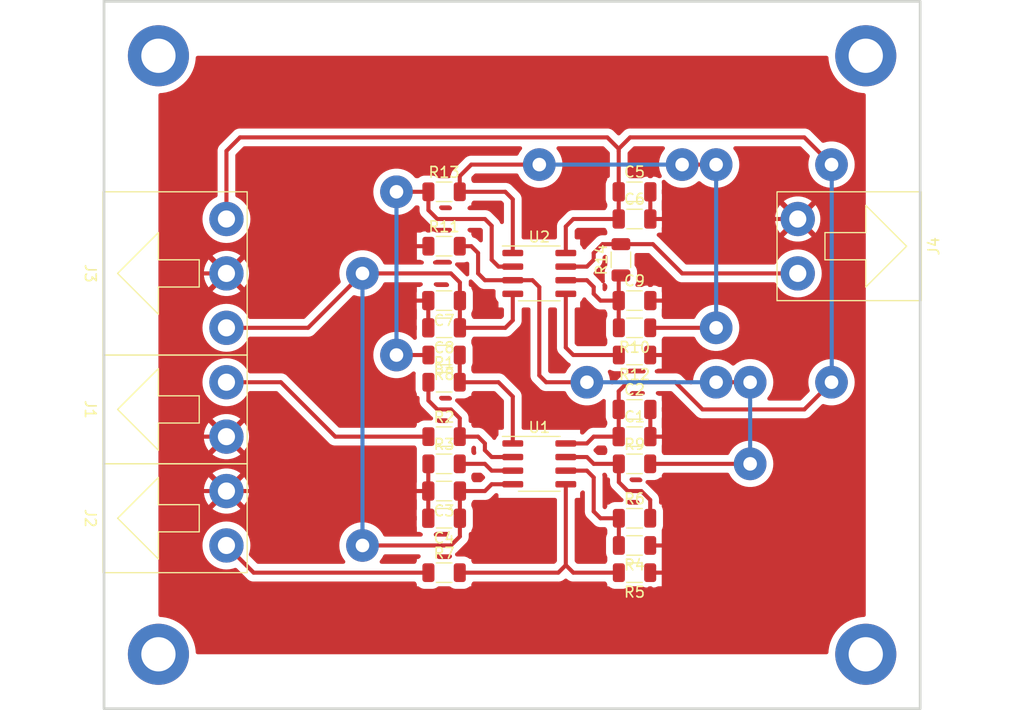
<source format=kicad_pcb>
(kicad_pcb (version 20221018) (generator pcbnew)
  (layers (0 "F.Cu" signal) (31 "B.Cu" signal) (34 "B.Paste" user) (35 "F.Paste" user) (36 "B.SilkS" user "B.Silkscreen") (37 "F.SilkS" user "F.Silkscreen") (38 "B.Mask" user) (39 "F.Mask" user) (44 "Edge.Cuts" user))
  (net 0 "")
  (net 1 "POWER+")
  (net 2 "GNDREF")
  (net 3 "POWER-")
  (net 4 "Net-(U2A--)")
  (net 5 "SIGNAL_A_IN")
  (net 6 "SIGNAL_B_IN")
  (net 7 "SIGNAL_A_ADD_B_NEGATIVE")
  (net 8 "Net-(U1A--)")
  (net 9 "SIGNAL_A_NEGATIVE")
  (net 10 "Net-(U1A-+)")
  (net 11 "Net-(U1B--)")
  (net 12 "Net-(U1B-+)")
  (net 13 "SIGNAL_B_POSITIVE")
  (net 14 "Net-(U2B--)")
  (net 15 "Net-(U2B-+)")
  (net 16 "SIGNAL_A_ADD_B")
  (net 17 "Net-(U2A-+)")
  (footprint "Capacitor_SMD:C_1206_3216Metric" (layer "F.Cu") (at 179.07 93.98)
    (fp_text reference "C2" (at 0 -1.85) (layer "F.SilkS"))
    (fp_text value "4.7uF 1206 X7R")
    (fp_line (start -0.711252 -0.91) (end 0.711252 -0.91) (stroke (width 0.12)) (layer "F.SilkS"))
    (fp_line (start -0.711252 0.91) (end 0.711252 0.91) (stroke (width 0.12)) (layer "F.SilkS"))
    (pad "1" smd roundrect (at -1.475 0) (size 1.15 1.8) (layers "F.Cu" "F.Paste" "F.Mask") (roundrect_rratio 0.2173913043) (net 1 "POWER+"))
    (pad "2" smd roundrect (at 1.475 0) (size 1.15 1.8) (layers "F.Cu" "F.Paste" "F.Mask") (roundrect_rratio 0.2173913043) (net 2 "GNDREF"))
  )
  (footprint "Capacitor_SMD:C_1206_3216Metric" (layer "F.Cu") (at 179.07 76.2)
    (fp_text reference "C6" (at 0 -1.85) (layer "F.SilkS"))
    (fp_text value "100nF 1206 X7R")
    (fp_line (start -0.711252 -0.91) (end 0.711252 -0.91) (stroke (width 0.12)) (layer "F.SilkS"))
    (fp_line (start -0.711252 0.91) (end 0.711252 0.91) (stroke (width 0.12)) (layer "F.SilkS"))
    (pad "1" smd roundrect (at -1.475 0) (size 1.15 1.8) (layers "F.Cu" "F.Paste" "F.Mask") (roundrect_rratio 0.2173913043) (net 1 "POWER+"))
    (pad "2" smd roundrect (at 1.475 0) (size 1.15 1.8) (layers "F.Cu" "F.Paste" "F.Mask") (roundrect_rratio 0.2173913043) (net 2 "GNDREF"))
  )
  (footprint "Resistor_SMD:R_1206_3216Metric" (layer "F.Cu") (at 179.07 109.22 180)
    (fp_text reference "R5" (at 0 -1.82) (layer "F.SilkS"))
    (fp_text value "10k 1206")
    (fp_line (start -0.727064 -0.91) (end 0.727064 -0.91) (stroke (width 0.12)) (layer "F.SilkS"))
    (fp_line (start -0.727064 0.91) (end 0.727064 0.91) (stroke (width 0.12)) (layer "F.SilkS"))
    (pad "1" smd roundrect (at -1.4625 0 180) (size 1.125 1.75) (layers "F.Cu" "F.Paste" "F.Mask") (roundrect_rratio 0.2222222222) (net 2 "GNDREF"))
    (pad "2" smd roundrect (at 1.4625 0 180) (size 1.125 1.75) (layers "F.Cu" "F.Paste" "F.Mask") (roundrect_rratio 0.2222222222) (net 12 "Net-(U1B-+)"))
  )
  (footprint "Resistor_SMD:R_1206_3216Metric" (layer "F.Cu") (at 179.07 88.9 180)
    (fp_text reference "R12" (at 0 -1.82) (layer "F.SilkS"))
    (fp_text value "10k 1206")
    (fp_line (start -0.727064 -0.91) (end 0.727064 -0.91) (stroke (width 0.12)) (layer "F.SilkS"))
    (fp_line (start -0.727064 0.91) (end 0.727064 0.91) (stroke (width 0.12)) (layer "F.SilkS"))
    (pad "1" smd roundrect (at -1.4625 0 180) (size 1.125 1.75) (layers "F.Cu" "F.Paste" "F.Mask") (roundrect_rratio 0.2222222222) (net 2 "GNDREF"))
    (pad "2" smd roundrect (at 1.4625 0 180) (size 1.125 1.75) (layers "F.Cu" "F.Paste" "F.Mask") (roundrect_rratio 0.2222222222) (net 15 "Net-(U2B-+)"))
  )
  (footprint "Resistor_SMD:R_1206_3216Metric" (layer "F.Cu") (at 161.29 73.66)
    (fp_text reference "R13" (at 0 -1.82) (layer "F.SilkS"))
    (fp_text value "10k 1206")
    (fp_line (start -0.727064 -0.91) (end 0.727064 -0.91) (stroke (width 0.12)) (layer "F.SilkS"))
    (fp_line (start -0.727064 0.91) (end 0.727064 0.91) (stroke (width 0.12)) (layer "F.SilkS"))
    (pad "1" smd roundrect (at -1.4625 0) (size 1.125 1.75) (layers "F.Cu" "F.Paste" "F.Mask") (roundrect_rratio 0.2222222222) (net 4 "Net-(U2A--)"))
    (pad "2" smd roundrect (at 1.4625 0) (size 1.125 1.75) (layers "F.Cu" "F.Paste" "F.Mask") (roundrect_rratio 0.2222222222) (net 16 "SIGNAL_A_ADD_B"))
  )
  (footprint "Capacitor_SMD:C_1206_3216Metric" (layer "F.Cu") (at 179.07 83.82)
    (fp_text reference "C9" (at 0 -1.85) (layer "F.SilkS"))
    (fp_text value "47pF 1206 COG")
    (fp_line (start -0.711252 -0.91) (end 0.711252 -0.91) (stroke (width 0.12)) (layer "F.SilkS"))
    (fp_line (start -0.711252 0.91) (end 0.711252 0.91) (stroke (width 0.12)) (layer "F.SilkS"))
    (pad "1" smd roundrect (at -1.475 0) (size 1.15 1.8) (layers "F.Cu" "F.Paste" "F.Mask") (roundrect_rratio 0.2173913043) (net 14 "Net-(U2B--)"))
    (pad "2" smd roundrect (at 1.475 0) (size 1.15 1.8) (layers "F.Cu" "F.Paste" "F.Mask") (roundrect_rratio 0.2173913043) (net 2 "GNDREF"))
  )
  (footprint "Package_SO:SOIC-8_3.9x4.9mm_P1.27mm" (layer "F.Cu") (at 170.18 81.28)
    (fp_text reference "U2" (at 0 -3.4) (layer "F.SilkS"))
    (fp_text value "LF412")
    (fp_line (start 0 -2.56) (end -3.45 -2.56) (stroke (width 0.12)) (layer "F.SilkS"))
    (fp_line (start 0 -2.56) (end 1.95 -2.56) (stroke (width 0.12)) (layer "F.SilkS"))
    (fp_line (start 0 2.56) (end -1.95 2.56) (stroke (width 0.12)) (layer "F.SilkS"))
    (fp_line (start 0 2.56) (end 1.95 2.56) (stroke (width 0.12)) (layer "F.SilkS"))
    (pad "1" smd roundrect (at -2.475 -1.905) (size 1.95 0.6) (layers "F.Cu" "F.Paste" "F.Mask") (net 16 "SIGNAL_A_ADD_B"))
    (pad "2" smd roundrect (at -2.475 -0.635) (size 1.95 0.6) (layers "F.Cu" "F.Paste" "F.Mask") (net 4 "Net-(U2A--)"))
    (pad "3" smd roundrect (at -2.475 0.635) (size 1.95 0.6) (layers "F.Cu" "F.Paste" "F.Mask") (net 17 "Net-(U2A-+)"))
    (pad "4" smd roundrect (at -2.475 1.905) (size 1.95 0.6) (layers "F.Cu" "F.Paste" "F.Mask") (net 3 "POWER-"))
    (pad "5" smd roundrect (at 2.475 1.905) (size 1.95 0.6) (layers "F.Cu" "F.Paste" "F.Mask") (net 15 "Net-(U2B-+)"))
    (pad "6" smd roundrect (at 2.475 0.635) (size 1.95 0.6) (layers "F.Cu" "F.Paste" "F.Mask") (net 14 "Net-(U2B--)"))
    (pad "7" smd roundrect (at 2.475 -0.635) (size 1.95 0.6) (layers "F.Cu" "F.Paste" "F.Mask") (net 7 "SIGNAL_A_ADD_B_NEGATIVE"))
    (pad "8" smd roundrect (at 2.475 -1.905) (size 1.95 0.6) (layers "F.Cu" "F.Paste" "F.Mask") (net 1 "POWER+"))
  )
  (footprint "MountingHole:MountingHole_3.2mm_M3_ISO7380_Pad" (layer "F.Cu") (at 200.66 116.84)
    (fp_text reference "REF**" hide)
    (fp_text value "MountingHole_3.2mm_M3_ISO7380_Pad")
    (pad "1" thru_hole circle (at 0 0) (size 5.7 5.7) (drill 3.2) (layers "*.Cu" "*.Mask"))
  )
  (footprint "Resistor_SMD:R_1206_3216Metric" (layer "F.Cu") (at 179.07 106.68 180)
    (fp_text reference "R4" (at 0 -1.82) (layer "F.SilkS"))
    (fp_text value "10k 1206")
    (fp_line (start -0.727064 -0.91) (end 0.727064 -0.91) (stroke (width 0.12)) (layer "F.SilkS"))
    (fp_line (start -0.727064 0.91) (end 0.727064 0.91) (stroke (width 0.12)) (layer "F.SilkS"))
    (pad "1" smd roundrect (at -1.4625 0 180) (size 1.125 1.75) (layers "F.Cu" "F.Paste" "F.Mask") (roundrect_rratio 0.2222222222) (net 2 "GNDREF"))
    (pad "2" smd roundrect (at 1.4625 0 180) (size 1.125 1.75) (layers "F.Cu" "F.Paste" "F.Mask") (roundrect_rratio 0.2222222222) (net 11 "Net-(U1B--)"))
  )
  (footprint "Customer_Connector:2EDG-5.08mm_3P_Horizontal" (layer "F.Cu") (at 140.97 81.28 -90)
    (fp_text reference "J3" (at 0 12.7 -90 unlocked) (layer "F.SilkS"))
    (fp_text value "POWER_IN")
    (fp_line (start -3.81 6.35) (end -1.27 6.35) (stroke (width 0.12)) (layer "F.SilkS"))
    (fp_line (start -1.27 2.54) (end 1.27 2.54) (stroke (width 0.12)) (layer "F.SilkS"))
    (fp_line (start -1.27 6.35) (end -1.27 2.54) (stroke (width 0.12)) (layer "F.SilkS"))
    (fp_line (start 0 10.16) (end -3.81 6.35) (stroke (width 0.12)) (layer "F.SilkS"))
    (fp_line (start 1.27 2.54) (end 1.27 6.35) (stroke (width 0.12)) (layer "F.SilkS"))
    (fp_line (start 1.27 6.35) (end 3.81 6.35) (stroke (width 0.12)) (layer "F.SilkS"))
    (fp_line (start 3.81 6.35) (end 0 10.16) (stroke (width 0.12)) (layer "F.SilkS"))
    (fp_rect (start -7.62 -1.935) (end 7.62 11.535) (stroke (width 0.12)) (fill none) (layer "F.SilkS"))
    (pad "1" thru_hole circle (at -5.08 0 270) (size 3.2 3.2) (drill 1.6) (layers "*.Cu" "*.Mask") (net 1 "POWER+"))
    (pad "2" thru_hole circle (at 0 0 270) (size 3.2 3.2) (drill 1.6) (layers "*.Cu" "*.Mask") (net 2 "GNDREF"))
    (pad "3" thru_hole circle (at 5.08 0 270) (size 3.2 3.2) (drill 1.6) (layers "*.Cu" "*.Mask") (net 3 "POWER-"))
  )
  (footprint "Capacitor_SMD:C_1206_3216Metric" (layer "F.Cu") (at 161.29 101.6 180)
    (fp_text reference "C3" (at 0 -1.85) (layer "F.SilkS"))
    (fp_text value "4.7uF 1206 X7R")
    (fp_line (start -0.711252 -0.91) (end 0.711252 -0.91) (stroke (width 0.12)) (layer "F.SilkS"))
    (fp_line (start -0.711252 0.91) (end 0.711252 0.91) (stroke (width 0.12)) (layer "F.SilkS"))
    (pad "1" smd roundrect (at -1.475 0 180) (size 1.15 1.8) (layers "F.Cu" "F.Paste" "F.Mask") (roundrect_rratio 0.2173913043) (net 3 "POWER-"))
    (pad "2" smd roundrect (at 1.475 0 180) (size 1.15 1.8) (layers "F.Cu" "F.Paste" "F.Mask") (roundrect_rratio 0.2173913043) (net 2 "GNDREF"))
  )
  (footprint "Capacitor_SMD:C_1206_3216Metric" (layer "F.Cu") (at 161.29 86.36 180)
    (fp_text reference "C8" (at 0 -1.85) (layer "F.SilkS"))
    (fp_text value "4.7uF 1206 X7R")
    (fp_line (start -0.711252 -0.91) (end 0.711252 -0.91) (stroke (width 0.12)) (layer "F.SilkS"))
    (fp_line (start -0.711252 0.91) (end 0.711252 0.91) (stroke (width 0.12)) (layer "F.SilkS"))
    (pad "1" smd roundrect (at -1.475 0 180) (size 1.15 1.8) (layers "F.Cu" "F.Paste" "F.Mask") (roundrect_rratio 0.2173913043) (net 3 "POWER-"))
    (pad "2" smd roundrect (at 1.475 0 180) (size 1.15 1.8) (layers "F.Cu" "F.Paste" "F.Mask") (roundrect_rratio 0.2173913043) (net 2 "GNDREF"))
  )
  (footprint "Capacitor_SMD:C_1206_3216Metric" (layer "F.Cu") (at 161.29 104.14 180)
    (fp_text reference "C4" (at 0 -1.85) (layer "F.SilkS"))
    (fp_text value "100nF 1206 X7R")
    (fp_line (start -0.711252 -0.91) (end 0.711252 -0.91) (stroke (width 0.12)) (layer "F.SilkS"))
    (fp_line (start -0.711252 0.91) (end 0.711252 0.91) (stroke (width 0.12)) (layer "F.SilkS"))
    (pad "1" smd roundrect (at -1.475 0 180) (size 1.15 1.8) (layers "F.Cu" "F.Paste" "F.Mask") (roundrect_rratio 0.2173913043) (net 3 "POWER-"))
    (pad "2" smd roundrect (at 1.475 0 180) (size 1.15 1.8) (layers "F.Cu" "F.Paste" "F.Mask") (roundrect_rratio 0.2173913043) (net 2 "GNDREF"))
  )
  (footprint "Resistor_SMD:R_1206_3216Metric" (layer "F.Cu") (at 161.29 88.9 180)
    (fp_text reference "R8" (at 0 -1.82) (layer "F.SilkS"))
    (fp_text value "10k 1206")
    (fp_line (start -0.727064 -0.91) (end 0.727064 -0.91) (stroke (width 0.12)) (layer "F.SilkS"))
    (fp_line (start -0.727064 0.91) (end 0.727064 0.91) (stroke (width 0.12)) (layer "F.SilkS"))
    (pad "1" smd roundrect (at -1.4625 0 180) (size 1.125 1.75) (layers "F.Cu" "F.Paste" "F.Mask") (roundrect_rratio 0.2222222222) (net 9 "SIGNAL_A_NEGATIVE"))
    (pad "2" smd roundrect (at 1.4625 0 180) (size 1.125 1.75) (layers "F.Cu" "F.Paste" "F.Mask") (roundrect_rratio 0.2222222222) (net 4 "Net-(U2A--)"))
  )
  (footprint "Package_SO:SOIC-8_3.9x4.9mm_P1.27mm" (layer "F.Cu") (at 170.18 99.06)
    (fp_text reference "U1" (at 0 -3.4) (layer "F.SilkS"))
    (fp_text value "LF412")
    (fp_line (start 0 -2.56) (end -3.45 -2.56) (stroke (width 0.12)) (layer "F.SilkS"))
    (fp_line (start 0 -2.56) (end 1.95 -2.56) (stroke (width 0.12)) (layer "F.SilkS"))
    (fp_line (start 0 2.56) (end -1.95 2.56) (stroke (width 0.12)) (layer "F.SilkS"))
    (fp_line (start 0 2.56) (end 1.95 2.56) (stroke (width 0.12)) (layer "F.SilkS"))
    (pad "1" smd roundrect (at -2.475 -1.905) (size 1.95 0.6) (layers "F.Cu" "F.Paste" "F.Mask") (net 9 "SIGNAL_A_NEGATIVE"))
    (pad "2" smd roundrect (at -2.475 -0.635) (size 1.95 0.6) (layers "F.Cu" "F.Paste" "F.Mask") (net 8 "Net-(U1A--)"))
    (pad "3" smd roundrect (at -2.475 0.635) (size 1.95 0.6) (layers "F.Cu" "F.Paste" "F.Mask") (net 10 "Net-(U1A-+)"))
    (pad "4" smd roundrect (at -2.475 1.905) (size 1.95 0.6) (layers "F.Cu" "F.Paste" "F.Mask") (net 3 "POWER-"))
    (pad "5" smd roundrect (at 2.475 1.905) (size 1.95 0.6) (layers "F.Cu" "F.Paste" "F.Mask") (net 12 "Net-(U1B-+)"))
    (pad "6" smd roundrect (at 2.475 0.635) (size 1.95 0.6) (layers "F.Cu" "F.Paste" "F.Mask") (net 11 "Net-(U1B--)"))
    (pad "7" smd roundrect (at 2.475 -0.635) (size 1.95 0.6) (layers "F.Cu" "F.Paste" "F.Mask") (net 13 "SIGNAL_B_POSITIVE"))
    (pad "8" smd roundrect (at 2.475 -1.905) (size 1.95 0.6) (layers "F.Cu" "F.Paste" "F.Mask") (net 1 "POWER+"))
  )
  (footprint "Resistor_SMD:R_1206_3216Metric" (layer "F.Cu") (at 161.29 99.06)
    (fp_text reference "R3" (at 0 -1.82) (layer "F.SilkS"))
    (fp_text value "10k 1206")
    (fp_line (start -0.727064 -0.91) (end 0.727064 -0.91) (stroke (width 0.12)) (layer "F.SilkS"))
    (fp_line (start -0.727064 0.91) (end 0.727064 0.91) (stroke (width 0.12)) (layer "F.SilkS"))
    (pad "1" smd roundrect (at -1.4625 0) (size 1.125 1.75) (layers "F.Cu" "F.Paste" "F.Mask") (roundrect_rratio 0.2222222222) (net 2 "GNDREF"))
    (pad "2" smd roundrect (at 1.4625 0) (size 1.125 1.75) (layers "F.Cu" "F.Paste" "F.Mask") (roundrect_rratio 0.2222222222) (net 10 "Net-(U1A-+)"))
  )
  (footprint "MountingHole:MountingHole_3.2mm_M3_ISO7380_Pad" (layer "F.Cu") (at 134.62 60.96)
    (fp_text reference "REF**" hide)
    (fp_text value "MountingHole_3.2mm_M3_ISO7380_Pad")
    (pad "1" thru_hole circle (at 0 0) (size 5.7 5.7) (drill 3.2) (layers "*.Cu" "*.Mask"))
  )
  (footprint "Customer_Connector:2EDG-5.08mm_2P_Horizontal" (layer "F.Cu") (at 140.97 93.98 -90)
    (fp_text reference "J1" (at 0 12.7 -90 unlocked) (layer "F.SilkS"))
    (fp_text value "SIGNAL_A_IN")
    (fp_line (start -3.81 6.35) (end -1.27 6.35) (stroke (width 0.12)) (layer "F.SilkS"))
    (fp_line (start -1.27 2.54) (end 1.27 2.54) (stroke (width 0.12)) (layer "F.SilkS"))
    (fp_line (start -1.27 6.35) (end -1.27 2.54) (stroke (width 0.12)) (layer "F.SilkS"))
    (fp_line (start 0 10.16) (end -3.81 6.35) (stroke (width 0.12)) (layer "F.SilkS"))
    (fp_line (start 1.27 2.54) (end 1.27 6.35) (stroke (width 0.12)) (layer "F.SilkS"))
    (fp_line (start 1.27 6.35) (end 3.81 6.35) (stroke (width 0.12)) (layer "F.SilkS"))
    (fp_line (start 3.81 6.35) (end 0 10.16) (stroke (width 0.12)) (layer "F.SilkS"))
    (fp_rect (start -5.08 -1.935) (end 5.08 11.535) (stroke (width 0.12)) (fill none) (layer "F.SilkS"))
    (pad "1" thru_hole circle (at -2.54 0 270) (size 3.2 3.2) (drill 1.6) (layers "*.Cu" "*.Mask") (net 5 "SIGNAL_A_IN"))
    (pad "2" thru_hole circle (at 2.54 0 270) (size 3.2 3.2) (drill 1.6) (layers "*.Cu" "*.Mask") (net 2 "GNDREF"))
  )
  (footprint "Resistor_SMD:R_1206_3216Metric" (layer "F.Cu") (at 179.07 86.36 180)
    (fp_text reference "R10" (at 0 -1.82) (layer "F.SilkS"))
    (fp_text value "10k 1206")
    (fp_line (start -0.727064 -0.91) (end 0.727064 -0.91) (stroke (width 0.12)) (layer "F.SilkS"))
    (fp_line (start -0.727064 0.91) (end 0.727064 0.91) (stroke (width 0.12)) (layer "F.SilkS"))
    (pad "1" smd roundrect (at -1.4625 0 180) (size 1.125 1.75) (layers "F.Cu" "F.Paste" "F.Mask") (roundrect_rratio 0.2222222222) (net 16 "SIGNAL_A_ADD_B"))
    (pad "2" smd roundrect (at 1.4625 0 180) (size 1.125 1.75) (layers "F.Cu" "F.Paste" "F.Mask") (roundrect_rratio 0.2222222222) (net 14 "Net-(U2B--)"))
  )
  (footprint "Resistor_SMD:R_1206_3216Metric" (layer "F.Cu") (at 179.07 104.14)
    (fp_text reference "R6" (at 0 -1.82) (layer "F.SilkS"))
    (fp_text value "10k 1206")
    (fp_line (start -0.727064 -0.91) (end 0.727064 -0.91) (stroke (width 0.12)) (layer "F.SilkS"))
    (fp_line (start -0.727064 0.91) (end 0.727064 0.91) (stroke (width 0.12)) (layer "F.SilkS"))
    (pad "1" smd roundrect (at -1.4625 0) (size 1.125 1.75) (layers "F.Cu" "F.Paste" "F.Mask") (roundrect_rratio 0.2222222222) (net 11 "Net-(U1B--)"))
    (pad "2" smd roundrect (at 1.4625 0) (size 1.125 1.75) (layers "F.Cu" "F.Paste" "F.Mask") (roundrect_rratio 0.2222222222) (net 13 "SIGNAL_B_POSITIVE"))
  )
  (footprint "MountingHole:MountingHole_3.2mm_M3_ISO7380_Pad" (layer "F.Cu") (at 134.62 116.84)
    (fp_text reference "REF**" hide)
    (fp_text value "MountingHole_3.2mm_M3_ISO7380_Pad")
    (pad "1" thru_hole circle (at 0 0) (size 5.7 5.7) (drill 3.2) (layers "*.Cu" "*.Mask"))
  )
  (footprint "Resistor_SMD:R_1206_3216Metric" (layer "F.Cu") (at 161.29 96.52)
    (fp_text reference "R2" (at 0 -1.82) (layer "F.SilkS"))
    (fp_text value "10k 1206")
    (fp_line (start -0.727064 -0.91) (end 0.727064 -0.91) (stroke (width 0.12)) (layer "F.SilkS"))
    (fp_line (start -0.727064 0.91) (end 0.727064 0.91) (stroke (width 0.12)) (layer "F.SilkS"))
    (pad "1" smd roundrect (at -1.4625 0) (size 1.125 1.75) (layers "F.Cu" "F.Paste" "F.Mask") (roundrect_rratio 0.2222222222) (net 5 "SIGNAL_A_IN"))
    (pad "2" smd roundrect (at 1.4625 0) (size 1.125 1.75) (layers "F.Cu" "F.Paste" "F.Mask") (roundrect_rratio 0.2222222222) (net 8 "Net-(U1A--)"))
  )
  (footprint "Customer_Connector:2EDG-5.08mm_2P_Horizontal" (layer "F.Cu") (at 140.97 104.14 -90)
    (fp_text reference "J2" (at 0 12.7 -90 unlocked) (layer "F.SilkS"))
    (fp_text value "SIGNAL_B_IN")
    (fp_line (start -3.81 6.35) (end -1.27 6.35) (stroke (width 0.12)) (layer "F.SilkS"))
    (fp_line (start -1.27 2.54) (end 1.27 2.54) (stroke (width 0.12)) (layer "F.SilkS"))
    (fp_line (start -1.27 6.35) (end -1.27 2.54) (stroke (width 0.12)) (layer "F.SilkS"))
    (fp_line (start 0 10.16) (end -3.81 6.35) (stroke (width 0.12)) (layer "F.SilkS"))
    (fp_line (start 1.27 2.54) (end 1.27 6.35) (stroke (width 0.12)) (layer "F.SilkS"))
    (fp_line (start 1.27 6.35) (end 3.81 6.35) (stroke (width 0.12)) (layer "F.SilkS"))
    (fp_line (start 3.81 6.35) (end 0 10.16) (stroke (width 0.12)) (layer "F.SilkS"))
    (fp_rect (start -5.08 -1.935) (end 5.08 11.535) (stroke (width 0.12)) (fill none) (layer "F.SilkS"))
    (pad "1" thru_hole circle (at -2.54 0 270) (size 3.2 3.2) (drill 1.6) (layers "*.Cu" "*.Mask") (net 2 "GNDREF"))
    (pad "2" thru_hole circle (at 2.54 0 270) (size 3.2 3.2) (drill 1.6) (layers "*.Cu" "*.Mask") (net 6 "SIGNAL_B_IN"))
  )
  (footprint "Resistor_SMD:R_1206_3216Metric" (layer "F.Cu") (at 179.07 99.06)
    (fp_text reference "R9" (at 0 -1.82) (layer "F.SilkS"))
    (fp_text value "10k 1206")
    (fp_line (start -0.727064 -0.91) (end 0.727064 -0.91) (stroke (width 0.12)) (layer "F.SilkS"))
    (fp_line (start -0.727064 0.91) (end 0.727064 0.91) (stroke (width 0.12)) (layer "F.SilkS"))
    (pad "1" smd roundrect (at -1.4625 0) (size 1.125 1.75) (layers "F.Cu" "F.Paste" "F.Mask") (roundrect_rratio 0.2222222222) (net 13 "SIGNAL_B_POSITIVE"))
    (pad "2" smd roundrect (at 1.4625 0) (size 1.125 1.75) (layers "F.Cu" "F.Paste" "F.Mask") (roundrect_rratio 0.2222222222) (net 17 "Net-(U2A-+)"))
  )
  (footprint "Resistor_SMD:R_1206_3216Metric" (layer "F.Cu") (at 161.29 109.22)
    (fp_text reference "R7" (at 0 -1.82) (layer "F.SilkS"))
    (fp_text value "10k 1206")
    (fp_line (start -0.727064 -0.91) (end 0.727064 -0.91) (stroke (width 0.12)) (layer "F.SilkS"))
    (fp_line (start -0.727064 0.91) (end 0.727064 0.91) (stroke (width 0.12)) (layer "F.SilkS"))
    (pad "1" smd roundrect (at -1.4625 0) (size 1.125 1.75) (layers "F.Cu" "F.Paste" "F.Mask") (roundrect_rratio 0.2222222222) (net 6 "SIGNAL_B_IN"))
    (pad "2" smd roundrect (at 1.4625 0) (size 1.125 1.75) (layers "F.Cu" "F.Paste" "F.Mask") (roundrect_rratio 0.2222222222) (net 12 "Net-(U1B-+)"))
  )
  (footprint "Resistor_SMD:R_1206_3216Metric" (layer "F.Cu") (at 177.8 80.01 90)
    (fp_text reference "R14" (at 0 -1.82 90) (layer "F.SilkS"))
    (fp_text value "10k 1206")
    (fp_line (start -0.727064 -0.91) (end 0.727064 -0.91) (stroke (width 0.12)) (layer "F.SilkS"))
    (fp_line (start -0.727064 0.91) (end 0.727064 0.91) (stroke (width 0.12)) (layer "F.SilkS"))
    (pad "1" smd roundrect (at -1.4625 0 90) (size 1.125 1.75) (layers "F.Cu" "F.Paste" "F.Mask") (roundrect_rratio 0.2222222222) (net 14 "Net-(U2B--)"))
    (pad "2" smd roundrect (at 1.4625 0 90) (size 1.125 1.75) (layers "F.Cu" "F.Paste" "F.Mask") (roundrect_rratio 0.2222222222) (net 7 "SIGNAL_A_ADD_B_NEGATIVE"))
  )
  (footprint "MountingHole:MountingHole_3.2mm_M3_ISO7380_Pad" (layer "F.Cu") (at 200.66 60.96)
    (fp_text reference "REF**" hide)
    (fp_text value "MountingHole_3.2mm_M3_ISO7380_Pad")
    (pad "1" thru_hole circle (at 0 0) (size 5.7 5.7) (drill 3.2) (layers "*.Cu" "*.Mask"))
  )
  (footprint "Customer_Connector:2EDG-5.08mm_2P_Horizontal" (layer "F.Cu") (at 194.31 78.74 90)
    (fp_text reference "J4" (at 0 12.7 90 unlocked) (layer "F.SilkS"))
    (fp_text value "SIGNAL_OUT")
    (fp_line (start -3.81 6.35) (end -1.27 6.35) (stroke (width 0.12)) (layer "F.SilkS"))
    (fp_line (start -1.27 2.54) (end 1.27 2.54) (stroke (width 0.12)) (layer "F.SilkS"))
    (fp_line (start -1.27 6.35) (end -1.27 2.54) (stroke (width 0.12)) (layer "F.SilkS"))
    (fp_line (start 0 10.16) (end -3.81 6.35) (stroke (width 0.12)) (layer "F.SilkS"))
    (fp_line (start 1.27 2.54) (end 1.27 6.35) (stroke (width 0.12)) (layer "F.SilkS"))
    (fp_line (start 1.27 6.35) (end 3.81 6.35) (stroke (width 0.12)) (layer "F.SilkS"))
    (fp_line (start 3.81 6.35) (end 0 10.16) (stroke (width 0.12)) (layer "F.SilkS"))
    (fp_rect (start -5.08 -1.935) (end 5.08 11.535) (stroke (width 0.12)) (fill none) (layer "F.SilkS"))
    (pad "1" thru_hole circle (at -2.54 0 90) (size 3.2 3.2) (drill 1.6) (layers "*.Cu" "*.Mask") (net 7 "SIGNAL_A_ADD_B_NEGATIVE"))
    (pad "2" thru_hole circle (at 2.54 0 90) (size 3.2 3.2) (drill 1.6) (layers "*.Cu" "*.Mask") (net 2 "GNDREF"))
  )
  (footprint "Capacitor_SMD:C_1206_3216Metric" (layer "F.Cu") (at 179.07 73.66)
    (fp_text reference "C5" (at 0 -1.85) (layer "F.SilkS"))
    (fp_text value "4.7uF 1206 X7R")
    (fp_line (start -0.711252 -0.91) (end 0.711252 -0.91) (stroke (width 0.12)) (layer "F.SilkS"))
    (fp_line (start -0.711252 0.91) (end 0.711252 0.91) (stroke (width 0.12)) (layer "F.SilkS"))
    (pad "1" smd roundrect (at -1.475 0) (size 1.15 1.8) (layers "F.Cu" "F.Paste" "F.Mask") (roundrect_rratio 0.2173913043) (net 1 "POWER+"))
    (pad "2" smd roundrect (at 1.475 0) (size 1.15 1.8) (layers "F.Cu" "F.Paste" "F.Mask") (roundrect_rratio 0.2173913043) (net 2 "GNDREF"))
  )
  (footprint "Capacitor_SMD:C_1206_3216Metric" (layer "F.Cu") (at 161.29 83.82 180)
    (fp_text reference "C7" (at 0 -1.85) (layer "F.SilkS"))
    (fp_text value "100nF 1206 X7R")
    (fp_line (start -0.711252 -0.91) (end 0.711252 -0.91) (stroke (width 0.12)) (layer "F.SilkS"))
    (fp_line (start -0.711252 0.91) (end 0.711252 0.91) (stroke (width 0.12)) (layer "F.SilkS"))
    (pad "1" smd roundrect (at -1.475 0 180) (size 1.15 1.8) (layers "F.Cu" "F.Paste" "F.Mask") (roundrect_rratio 0.2173913043) (net 3 "POWER-"))
    (pad "2" smd roundrect (at 1.475 0 180) (size 1.15 1.8) (layers "F.Cu" "F.Paste" "F.Mask") (roundrect_rratio 0.2173913043) (net 2 "GNDREF"))
  )
  (footprint "Capacitor_SMD:C_1206_3216Metric" (layer "F.Cu") (at 179.07 96.52)
    (fp_text reference "C1" (at 0 -1.85) (layer "F.SilkS"))
    (fp_text value "100nF 1206 X7R")
    (fp_line (start -0.711252 -0.91) (end 0.711252 -0.91) (stroke (width 0.12)) (layer "F.SilkS"))
    (fp_line (start -0.711252 0.91) (end 0.711252 0.91) (stroke (width 0.12)) (layer "F.SilkS"))
    (pad "1" smd roundrect (at -1.475 0) (size 1.15 1.8) (layers "F.Cu" "F.Paste" "F.Mask") (roundrect_rratio 0.2173913043) (net 1 "POWER+"))
    (pad "2" smd roundrect (at 1.475 0) (size 1.15 1.8) (layers "F.Cu" "F.Paste" "F.Mask") (roundrect_rratio 0.2173913043) (net 2 "GNDREF"))
  )
  (footprint "Resistor_SMD:R_1206_3216Metric" (layer "F.Cu") (at 161.29 78.74)
    (fp_text reference "R11" (at 0 -1.82) (layer "F.SilkS"))
    (fp_text value "10k 1206")
    (fp_line (start -0.727064 -0.91) (end 0.727064 -0.91) (stroke (width 0.12)) (layer "F.SilkS"))
    (fp_line (start -0.727064 0.91) (end 0.727064 0.91) (stroke (width 0.12)) (layer "F.SilkS"))
    (pad "1" smd roundrect (at -1.4625 0) (size 1.125 1.75) (layers "F.Cu" "F.Paste" "F.Mask") (roundrect_rratio 0.2222222222) (net 2 "GNDREF"))
    (pad "2" smd roundrect (at 1.4625 0) (size 1.125 1.75) (layers "F.Cu" "F.Paste" "F.Mask") (roundrect_rratio 0.2222222222) (net 17 "Net-(U2A-+)"))
  )
  (footprint "Resistor_SMD:R_1206_3216Metric" (layer "F.Cu") (at 161.29 91.44)
    (fp_text reference "R1" (at 0 -1.82) (layer "F.SilkS"))
    (fp_text value "10k 1206")
    (fp_line (start -0.727064 -0.91) (end 0.727064 -0.91) (stroke (width 0.12)) (layer "F.SilkS"))
    (fp_line (start -0.727064 0.91) (end 0.727064 0.91) (stroke (width 0.12)) (layer "F.SilkS"))
    (pad "1" smd roundrect (at -1.4625 0) (size 1.125 1.75) (layers "F.Cu" "F.Paste" "F.Mask") (roundrect_rratio 0.2222222222) (net 8 "Net-(U1A--)"))
    (pad "2" smd roundrect (at 1.4625 0) (size 1.125 1.75) (layers "F.Cu" "F.Paste" "F.Mask") (roundrect_rratio 0.2222222222) (net 9 "SIGNAL_A_NEGATIVE"))
  )
  (gr_rect (start 129.54 55.88) (end 205.74 121.92) (stroke (width 0.254)) (fill none) (layer "Edge.Cuts"))
  (segment (start 197.463 71.12) (end 194.923 68.58) (width 0.381) (layer "F.Cu") (net 1))
  (segment (start 172.655 97.155) (end 174.625 97.155) (width 0.381) (layer "F.Cu") (net 1))
  (segment (start 142.24 68.58) (end 140.97 69.85) (width 0.381) (layer "F.Cu") (net 1))
  (segment (start 177.595 93.98) (end 177.595 96.52) (width 0.381) (layer "F.Cu") (net 1))
  (segment (start 182.88 91.44) (end 185.42 93.98) (width 0.381) (layer "F.Cu") (net 1))
  (segment (start 178.435 91.44) (end 182.88 91.44) (width 0.381) (layer "F.Cu") (net 1))
  (segment (start 175.26 96.52) (end 177.595 96.52) (width 0.381) (layer "F.Cu") (net 1))
  (segment (start 172.655 76.9) (end 173.355 76.2) (width 0.381) (layer "F.Cu") (net 1))
  (segment (start 194.923 93.98) (end 197.463 91.44) (width 0.381) (layer "F.Cu") (net 1))
  (segment (start 140.97 69.85) (end 140.97 76.2) (width 0.381) (layer "F.Cu") (net 1))
  (segment (start 194.923 68.58) (end 178.66 68.58) (width 0.381) (layer "F.Cu") (net 1))
  (segment (start 177.595 76.2) (end 177.595 73.66) (width 0.381) (layer "F.Cu") (net 1))
  (segment (start 177.595 69.85) (end 177.595 69.645) (width 0.381) (layer "F.Cu") (net 1))
  (segment (start 177.595 69.645) (end 176.53 68.58) (width 0.381) (layer "F.Cu") (net 1))
  (segment (start 177.595 93.98) (end 177.595 92.28) (width 0.381) (layer "F.Cu") (net 1))
  (segment (start 178.66 68.58) (end 177.595 69.645) (width 0.381) (layer "F.Cu") (net 1))
  (segment (start 173.355 76.2) (end 177.595 76.2) (width 0.381) (layer "F.Cu") (net 1))
  (segment (start 177.595 92.28) (end 178.435 91.44) (width 0.381) (layer "F.Cu") (net 1))
  (segment (start 174.625 97.155) (end 175.26 96.52) (width 0.381) (layer "F.Cu") (net 1))
  (segment (start 185.42 93.98) (end 194.923 93.98) (width 0.381) (layer "F.Cu") (net 1))
  (segment (start 177.595 73.66) (end 177.595 69.85) (width 0.381) (layer "F.Cu") (net 1))
  (segment (start 172.655 79.375) (end 172.655 76.9) (width 0.381) (layer "F.Cu") (net 1))
  (segment (start 176.53 68.58) (end 142.24 68.58) (width 0.381) (layer "F.Cu") (net 1))
  (via (at 197.463 71.12) (size 3.048) (drill 1.27) (layers "F.Cu" "B.Cu") (net 1))
  (via (at 197.463 91.44) (size 3.048) (drill 1.27) (layers "F.Cu" "B.Cu") (net 1))
  (segment (start 196.215 91.44) (end 196.237 91.418) (width 0.381) (layer "B.Cu") (net 1))
  (segment (start 196.237 71.142) (end 196.215 71.12) (width 0.381) (layer "B.Cu") (net 1))
  (segment (start 197.485 91.418) (end 197.485 71.142) (width 0.381) (layer "B.Cu") (net 1))
  (segment (start 148.59 88.9) (end 137.795 88.9) (width 0.381) (layer "F.Cu") (net 2))
  (segment (start 180.5325 109.22) (end 192.405 109.22) (width 0.381) (layer "F.Cu") (net 2))
  (segment (start 137.795 96.52) (end 140.97 96.52) (width 0.381) (layer "F.Cu") (net 2))
  (segment (start 159.8275 78.74) (end 143.51 78.74) (width 0.381) (layer "F.Cu") (net 2))
  (segment (start 152.4 85.09) (end 148.59 88.9) (width 0.381) (layer "F.Cu") (net 2))
  (segment (start 192.405 96.52) (end 192.405 106.68) (width 0.381) (layer "F.Cu") (net 2))
  (segment (start 192.405 111.125) (end 192.405 109.22) (width 0.381) (layer "F.Cu") (net 2))
  (segment (start 137.795 101.6) (end 137.795 111.125) (width 0.381) (layer "F.Cu") (net 2))
  (segment (start 180.545 76.2) (end 194.31 76.2) (width 0.381) (layer "F.Cu") (net 2))
  (segment (start 200.025 67.31) (end 137.795 67.31) (width 0.381) (layer "F.Cu") (net 2))
  (segment (start 137.795 111.125) (end 192.405 111.125) (width 0.381) (layer "F.Cu") (net 2))
  (segment (start 159.815 99.0725) (end 159.8275 99.06) (width 0.381) (layer "F.Cu") (net 2))
  (segment (start 180.545 96.52) (end 192.405 96.52) (width 0.381) (layer "F.Cu") (net 2))
  (segment (start 200.025 96.52) (end 200.025 88.9) (width 0.381) (layer "F.Cu") (net 2))
  (segment (start 143.51 78.74) (end 140.97 81.28) (width 0.381) (layer "F.Cu") (net 2))
  (segment (start 180.545 83.82) (end 200.025 83.82) (width 0.381) (layer "F.Cu") (net 2))
  (segment (start 137.795 101.6) (end 140.97 101.6) (width 0.381) (layer "F.Cu") (net 2))
  (segment (start 159.815 83.82) (end 156.21 83.82) (width 0.381) (layer "F.Cu") (net 2))
  (segment (start 137.795 67.31) (end 137.795 81.28) (width 0.381) (layer "F.Cu") (net 2))
  (segment (start 180.545 93.98) (end 180.545 96.52) (width 0.381) (layer "F.Cu") (net 2))
  (segment (start 156.21 83.82) (end 154.94 85.09) (width 0.381) (layer "F.Cu") (net 2))
  (segment (start 180.545 73.66) (end 180.545 76.2) (width 0.381) (layer "F.Cu") (net 2))
  (segment (start 159.815 86.36) (end 159.815 83.82) (width 0.381) (layer "F.Cu") (net 2))
  (segment (start 137.795 81.28) (end 140.97 81.28) (width 0.381) (layer "F.Cu") (net 2))
  (segment (start 137.795 81.28) (end 137.795 88.9) (width 0.381) (layer "F.Cu") (net 2))
  (segment (start 180.5325 106.68) (end 192.405 106.68) (width 0.381) (layer "F.Cu") (net 2))
  (segment (start 137.795 88.9) (end 137.795 96.52) (width 0.381) (layer "F.Cu") (net 2))
  (segment (start 200.025 88.9) (end 200.025 83.82) (width 0.381) (layer "F.Cu") (net 2))
  (segment (start 154.94 85.09) (end 152.4 85.09) (width 0.381) (layer "F.Cu") (net 2))
  (segment (start 200.025 83.82) (end 200.025 67.31) (width 0.381) (layer "F.Cu") (net 2))
  (segment (start 159.815 101.6) (end 140.97 101.6) (width 0.381) (layer "F.Cu") (net 2))
  (segment (start 192.405 109.22) (end 192.405 106.68) (width 0.381) (layer "F.Cu") (net 2))
  (segment (start 180.5325 88.9) (end 200.025 88.9) (width 0.381) (layer "F.Cu") (net 2))
  (segment (start 192.405 96.52) (end 200.025 96.52) (width 0.381) (layer "F.Cu") (net 2))
  (segment (start 159.815 104.14) (end 159.815 99.0725) (width 0.381) (layer "F.Cu") (net 2))
  (segment (start 137.795 96.52) (end 137.795 101.6) (width 0.381) (layer "F.Cu") (net 2))
  (segment (start 167.705 85.66) (end 167.005 86.36) (width 0.381) (layer "F.Cu") (net 3))
  (segment (start 165.1 101.6) (end 162.765 101.6) (width 0.381) (layer "F.Cu") (net 3))
  (segment (start 167.005 86.36) (end 162.765 86.36) (width 0.381) (layer "F.Cu") (net 3))
  (segment (start 162.765 104.14) (end 162.765 105.84) (width 0.381) (layer "F.Cu") (net 3))
  (segment (start 165.735 100.965) (end 165.1 101.6) (width 0.381) (layer "F.Cu") (net 3))
  (segment (start 167.705 83.185) (end 167.705 85.66) (width 0.381) (layer "F.Cu") (net 3))
  (segment (start 161.925 81.28) (end 154.94 81.28) (width 0.381) (layer "F.Cu") (net 3))
  (segment (start 161.925 106.68) (end 153.67 106.68) (width 0.381) (layer "F.Cu") (net 3))
  (segment (start 167.705 100.965) (end 165.735 100.965) (width 0.381) (layer "F.Cu") (net 3))
  (segment (start 162.765 104.14) (end 162.765 101.6) (width 0.381) (layer "F.Cu") (net 3))
  (segment (start 154.94 81.28) (end 154.305 81.915) (width 0.381) (layer "F.Cu") (net 3))
  (segment (start 162.765 83.82) (end 162.765 82.12) (width 0.381) (layer "F.Cu") (net 3))
  (segment (start 162.765 86.36) (end 162.765 83.82) (width 0.381) (layer "F.Cu") (net 3))
  (segment (start 148.59 86.36) (end 153.67 81.28) (width 0.381) (layer "F.Cu") (net 3))
  (segment (start 154.305 81.915) (end 153.67 81.28) (width 0.381) (layer "F.Cu") (net 3))
  (segment (start 162.765 82.12) (end 161.925 81.28) (width 0.381) (layer "F.Cu") (net 3))
  (segment (start 140.97 86.36) (end 148.59 86.36) (width 0.381) (layer "F.Cu") (net 3))
  (segment (start 162.765 105.84) (end 161.925 106.68) (width 0.381) (layer "F.Cu") (net 3))
  (via (at 153.67 81.28) (size 3.048) (drill 1.27) (layers "F.Cu" "B.Cu") (net 3))
  (via (at 153.67 106.68) (size 3.048) (drill 1.27) (layers "F.Cu" "B.Cu") (net 3))
  (segment (start 153.67 81.28) (end 153.67 106.68) (width 0.381) (layer "B.Cu") (net 3))
  (segment (start 159.8275 75.3725) (end 159.8275 73.66) (width 0.381) (layer "F.Cu") (net 4))
  (segment (start 167.705 80.645) (end 166.37 80.645) (width 0.381) (layer "F.Cu") (net 4))
  (segment (start 165.735 76.835) (end 165.1 76.2) (width 0.381) (layer "F.Cu") (net 4))
  (segment (start 165.1 76.2) (end 160.655 76.2) (width 0.381) (layer "F.Cu") (net 4))
  (segment (start 160.655 76.2) (end 159.8275 75.3725) (width 0.381) (layer "F.Cu") (net 4))
  (segment (start 166.37 80.645) (end 165.735 80.01) (width 0.381) (layer "F.Cu") (net 4))
  (segment (start 165.735 80.01) (end 165.735 76.835) (width 0.381) (layer "F.Cu") (net 4))
  (segment (start 156.845 73.66) (end 159.8275 73.66) (width 0.381) (layer "F.Cu") (net 4))
  (segment (start 159.8275 88.9) (end 156.845 88.9) (width 0.381) (layer "F.Cu") (net 4))
  (via (at 156.845 73.66) (size 3.048) (drill 1.27) (layers "F.Cu" "B.Cu") (net 4))
  (via (at 156.845 88.9) (size 3.048) (drill 1.27) (layers "F.Cu" "B.Cu") (net 4))
  (segment (start 156.845 88.9) (end 156.845 73.66) (width 0.381) (layer "B.Cu") (net 4))
  (segment (start 151.13 96.52) (end 146.05 91.44) (width 0.381) (layer "F.Cu") (net 5))
  (segment (start 146.05 91.44) (end 140.97 91.44) (width 0.381) (layer "F.Cu") (net 5))
  (segment (start 159.8275 96.52) (end 151.13 96.52) (width 0.381) (layer "F.Cu") (net 5))
  (segment (start 159.8275 109.22) (end 143.51 109.22) (width 0.381) (layer "F.Cu") (net 6))
  (segment (start 143.51 109.22) (end 140.97 106.68) (width 0.381) (layer "F.Cu") (net 6))
  (segment (start 175.26 79.375) (end 175.26 80.01) (width 0.381) (layer "F.Cu") (net 7))
  (segment (start 177.8 78.5475) (end 180.7825 78.5475) (width 0.381) (layer "F.Cu") (net 7))
  (segment (start 177.8 78.5475) (end 176.0875 78.5475) (width 0.381) (layer "F.Cu") (net 7))
  (segment (start 176.0875 78.5475) (end 175.26 79.375) (width 0.381) (layer "F.Cu") (net 7))
  (segment (start 180.7825 78.5475) (end 183.515 81.28) (width 0.381) (layer "F.Cu") (net 7))
  (segment (start 174.625 80.645) (end 172.655 80.645) (width 0.381) (layer "F.Cu") (net 7))
  (segment (start 183.515 81.28) (end 194.31 81.28) (width 0.381) (layer "F.Cu") (net 7))
  (segment (start 175.26 80.01) (end 174.625 80.645) (width 0.381) (layer "F.Cu") (net 7))
  (segment (start 165.1 97.79) (end 165.1 97.155) (width 0.381) (layer "F.Cu") (net 8))
  (segment (start 160.655 93.98) (end 159.8275 93.1525) (width 0.381) (layer "F.Cu") (net 8))
  (segment (start 162.7525 96.52) (end 162.7525 94.8075) (width 0.381) (layer "F.Cu") (net 8))
  (segment (start 164.465 96.52) (end 162.7525 96.52) (width 0.381) (layer "F.Cu") (net 8))
  (segment (start 161.925 93.98) (end 160.655 93.98) (width 0.381) (layer "F.Cu") (net 8))
  (segment (start 165.735 98.425) (end 165.1 97.79) (width 0.381) (layer "F.Cu") (net 8))
  (segment (start 162.7525 94.8075) (end 161.925 93.98) (width 0.381) (layer "F.Cu") (net 8))
  (segment (start 167.705 98.425) (end 165.735 98.425) (width 0.381) (layer "F.Cu") (net 8))
  (segment (start 159.8275 93.1525) (end 159.8275 91.44) (width 0.381) (layer "F.Cu") (net 8))
  (segment (start 165.1 97.155) (end 164.465 96.52) (width 0.381) (layer "F.Cu") (net 8))
  (segment (start 166.37 91.44) (end 162.7525 91.44) (width 0.381) (layer "F.Cu") (net 9))
  (segment (start 167.705 97.155) (end 167.705 92.775) (width 0.381) (layer "F.Cu") (net 9))
  (segment (start 162.7525 91.44) (end 162.7525 88.9) (width 0.381) (layer "F.Cu") (net 9))
  (segment (start 167.705 92.775) (end 166.37 91.44) (width 0.381) (layer "F.Cu") (net 9))
  (segment (start 165.1 99.06) (end 162.7525 99.06) (width 0.381) (layer "F.Cu") (net 10))
  (segment (start 165.735 99.695) (end 165.1 99.06) (width 0.381) (layer "F.Cu") (net 10))
  (segment (start 167.705 99.695) (end 165.735 99.695) (width 0.381) (layer "F.Cu") (net 10))
  (segment (start 177.6075 104.14) (end 177.6075 106.68) (width 0.381) (layer "F.Cu") (net 11))
  (segment (start 175.26 100.33) (end 175.26 103.505) (width 0.381) (layer "F.Cu") (net 11))
  (segment (start 174.625 99.695) (end 175.26 100.33) (width 0.381) (layer "F.Cu") (net 11))
  (segment (start 172.655 99.695) (end 174.625 99.695) (width 0.381) (layer "F.Cu") (net 11))
  (segment (start 175.26 103.505) (end 175.895 104.14) (width 0.381) (layer "F.Cu") (net 11))
  (segment (start 175.895 104.14) (end 177.6075 104.14) (width 0.381) (layer "F.Cu") (net 11))
  (segment (start 171.955 109.22) (end 172.655 108.52) (width 0.381) (layer "F.Cu") (net 12))
  (segment (start 172.655 100.965) (end 172.655 108.52) (width 0.381) (layer "F.Cu") (net 12))
  (segment (start 172.655 108.52) (end 173.355 109.22) (width 0.381) (layer "F.Cu") (net 12))
  (segment (start 162.7525 109.22) (end 171.955 109.22) (width 0.381) (layer "F.Cu") (net 12))
  (segment (start 173.355 109.22) (end 177.6075 109.22) (width 0.381) (layer "F.Cu") (net 12))
  (segment (start 178.435 101.6) (end 179.705 101.6) (width 0.381) (layer "F.Cu") (net 13))
  (segment (start 177.6075 100.7725) (end 178.435 101.6) (width 0.381) (layer "F.Cu") (net 13))
  (segment (start 174.625 98.425) (end 175.26 99.06) (width 0.381) (layer "F.Cu") (net 13))
  (segment (start 180.5325 102.4275) (end 180.5325 104.14) (width 0.381) (layer "F.Cu") (net 13))
  (segment (start 179.705 101.6) (end 180.5325 102.4275) (width 0.381) (layer "F.Cu") (net 13))
  (segment (start 172.655 98.425) (end 174.625 98.425) (width 0.381) (layer "F.Cu") (net 13))
  (segment (start 177.6075 99.06) (end 177.6075 100.7725) (width 0.381) (layer "F.Cu") (net 13))
  (segment (start 175.26 99.06) (end 177.6075 99.06) (width 0.381) (layer "F.Cu") (net 13))
  (segment (start 175.26 83.185) (end 175.895 83.82) (width 0.381) (layer "F.Cu") (net 14))
  (segment (start 172.655 81.915) (end 174.625 81.915) (width 0.381) (layer "F.Cu") (net 14))
  (segment (start 175.26 82.55) (end 175.26 83.185) (width 0.381) (layer "F.Cu") (net 14))
  (segment (start 174.625 81.915) (end 175.26 82.55) (width 0.381) (layer "F.Cu") (net 14))
  (segment (start 177.595 83.82) (end 177.595 81.6775) (width 0.381) (layer "F.Cu") (net 14))
  (segment (start 177.595 86.3475) (end 177.6075 86.36) (width 0.381) (layer "F.Cu") (net 14))
  (segment (start 175.895 83.82) (end 177.595 83.82) (width 0.381) (layer "F.Cu") (net 14))
  (segment (start 177.595 83.82) (end 177.595 86.3475) (width 0.381) (layer "F.Cu") (net 14))
  (segment (start 177.595 81.6775) (end 177.8 81.4725) (width 0.381) (layer "F.Cu") (net 14))
  (segment (start 172.655 88.2) (end 173.355 88.9) (width 0.381) (layer "F.Cu") (net 15))
  (segment (start 173.355 88.9) (end 177.6075 88.9) (width 0.381) (layer "F.Cu") (net 15))
  (segment (start 172.655 83.185) (end 172.655 88.2) (width 0.381) (layer "F.Cu") (net 15))
  (segment (start 163.83 71.12) (end 162.7525 72.1975) (width 0.381) (layer "F.Cu") (net 16))
  (segment (start 162.7525 72.1975) (end 162.7525 73.66) (width 0.381) (layer "F.Cu") (net 16))
  (segment (start 167.005 73.66) (end 162.7525 73.66) (width 0.381) (layer "F.Cu") (net 16))
  (segment (start 170.18 71.12) (end 163.83 71.12) (width 0.381) (layer "F.Cu") (net 16))
  (segment (start 167.705 79.375) (end 167.705 74.36) (width 0.381) (layer "F.Cu") (net 16))
  (segment (start 167.705 74.36) (end 167.005 73.66) (width 0.381) (layer "F.Cu") (net 16))
  (segment (start 183.515 71.12) (end 186.69 71.12) (width 0.381) (layer "F.Cu") (net 16))
  (segment (start 180.5325 86.36) (end 186.69 86.36) (width 0.381) (layer "F.Cu") (net 16))
  (via (at 186.69 71.12) (size 3.048) (drill 1.27) (layers "F.Cu" "B.Cu") (net 16))
  (via (at 186.69 86.36) (size 3.048) (drill 1.27) (layers "F.Cu" "B.Cu") (net 16))
  (via (at 183.515 71.12) (size 3.048) (drill 1.27) (layers "F.Cu" "B.Cu") (net 16))
  (via (at 170.18 71.12) (size 3.048) (drill 1.27) (layers "F.Cu" "B.Cu") (net 16))
  (segment (start 183.515 71.12) (end 170.18 71.12) (width 0.381) (layer "B.Cu") (net 16))
  (segment (start 186.69 86.36) (end 186.69 71.12) (width 0.381) (layer "B.Cu") (net 16))
  (segment (start 163.83 78.74) (end 162.7525 78.74) (width 0.381) (layer "F.Cu") (net 17))
  (segment (start 174.625 91.44) (end 170.815 91.44) (width 0.381) (layer "F.Cu") (net 17))
  (segment (start 169.545 81.915) (end 167.705 81.915) (width 0.381) (layer "F.Cu") (net 17))
  (segment (start 180.5325 99.06) (end 189.865 99.06) (width 0.381) (layer "F.Cu") (net 17))
  (segment (start 164.465 79.375) (end 163.83 78.74) (width 0.381) (layer "F.Cu") (net 17))
  (segment (start 170.18 90.805) (end 170.18 82.55) (width 0.381) (layer "F.Cu") (net 17))
  (segment (start 165.1 81.915) (end 164.465 81.28) (width 0.381) (layer "F.Cu") (net 17))
  (segment (start 164.465 81.28) (end 164.465 79.375) (width 0.381) (layer "F.Cu") (net 17))
  (segment (start 170.18 82.55) (end 169.545 81.915) (width 0.381) (layer "F.Cu") (net 17))
  (segment (start 189.865 91.44) (end 186.69 91.44) (width 0.381) (layer "F.Cu") (net 17))
  (segment (start 170.815 91.44) (end 170.18 90.805) (width 0.381) (layer "F.Cu") (net 17))
  (segment (start 167.705 81.915) (end 165.1 81.915) (width 0.381) (layer "F.Cu") (net 17))
  (via (at 189.865 99.06) (size 3.048) (drill 1.27) (layers "F.Cu" "B.Cu") (net 17))
  (via (at 189.865 91.44) (size 3.048) (drill 1.27) (layers "F.Cu" "B.Cu") (net 17))
  (via (at 174.625 91.44) (size 3.048) (drill 1.27) (layers "F.Cu" "B.Cu") (net 17))
  (via (at 186.69 91.44) (size 3.048) (drill 1.27) (layers "F.Cu" "B.Cu") (net 17))
  (segment (start 186.69 91.44) (end 174.625 91.44) (width 0.381) (layer "B.Cu") (net 17))
  (segment (start 189.865 91.44) (end 189.865 99.06) (width 0.381) (layer "B.Cu") (net 17))
  (zone (net 2) (net_name "GNDREF") (layer "F.Cu") (connect_pads (clearance 0.635)) (min_thickness 0.381) (fill yes (thermal_gap 0.508) (thermal_bridge_width 0.508) (island_removal_mode 1) (island_area_min 9.999999))
    (polygon (pts (xy 134.62 60.96) (xy 200.66 60.96) (xy 200.66 116.84) (xy 134.62 116.84)))
  )
  (zone (net 0) (net_name "") (layer "F.Cu") (connect_pads (clearance 0)) (min_thickness 0.381)
    (keepout (tracks allowed) (vias allowed) (pads allowed) (copperpour not_allowed) (footprints allowed))
    (fill (thermal_gap 0.508) (thermal_bridge_width 0.508) (island_removal_mode 1) (island_area_min 9.999999))
    (polygon (pts (xy 166.37 95.885) (xy 173.99 95.885) (xy 173.99 102.235) (xy 166.37 102.235)))
  )
  (zone (net 0) (net_name "") (layer "F.Cu") (connect_pads (clearance 0)) (min_thickness 0.381)
    (keepout (tracks allowed) (vias allowed) (pads allowed) (copperpour not_allowed) (footprints allowed))
    (fill (thermal_gap 0.508) (thermal_bridge_width 0.508) (island_removal_mode 1) (island_area_min 9.999999))
    (polygon (pts (xy 166.37 78.105) (xy 173.99 78.105) (xy 173.99 84.455) (xy 166.37 84.455)))
  )
  (zone (net 0) (net_name "") (layers "F&B.Cu") (connect_pads (clearance 0)) (min_thickness 0.25)
    (keepout (tracks allowed) (vias allowed) (pads allowed) (copperpour not_allowed) (footprints allowed))
    (fill (thermal_gap 0.5) (thermal_bridge_width 0.5))
    (polygon (pts (xy 176.53 87.63) (xy 181.61 87.63) (xy 181.61 90.17) (xy 176.53 90.17)))
  )
  (zone (net 0) (net_name "") (layers "F&B.Cu") (connect_pads (clearance 0)) (min_thickness 0.25)
    (keepout (tracks allowed) (vias allowed) (pads allowed) (copperpour not_allowed) (footprints allowed))
    (fill (thermal_gap 0.5) (thermal_bridge_width 0.5))
    (polygon (pts (xy 176.53 85.09) (xy 181.61 85.09) (xy 181.61 87.63) (xy 176.53 87.63)))
  )
  (zone (net 0) (net_name "") (layers "F&B.Cu") (connect_pads (clearance 0)) (min_thickness 0.25)
    (keepout (tracks allowed) (vias allowed) (pads allowed) (copperpour not_allowed) (footprints allowed))
    (fill (thermal_gap 0.5) (thermal_bridge_width 0.5))
    (polygon (pts (xy 158.75 102.87) (xy 163.83 102.87) (xy 163.83 105.41) (xy 158.75 105.41)))
  )
  (zone (net 0) (net_name "") (layers "F&B.Cu") (connect_pads (clearance 0)) (min_thickness 0.25)
    (keepout (tracks allowed) (vias allowed) (pads allowed) (copperpour not_allowed) (footprints allowed))
    (fill (thermal_gap 0.5) (thermal_bridge_width 0.5))
    (polygon (pts (xy 176.53 105.41) (xy 181.61 105.41) (xy 181.61 107.95) (xy 176.53 107.95)))
  )
  (zone (net 0) (net_name "") (layers "F&B.Cu") (connect_pads (clearance 0)) (min_thickness 0.25)
    (keepout (tracks allowed) (vias allowed) (pads allowed) (copperpour not_allowed) (footprints allowed))
    (fill (thermal_gap 0.5) (thermal_bridge_width 0.5))
    (polygon (pts (xy 158.75 85.09) (xy 163.83 85.09) (xy 163.83 87.63) (xy 158.75 87.63)))
  )
  (zone (net 0) (net_name "") (layers "F&B.Cu") (connect_pads (clearance 0)) (min_thickness 0.25)
    (keepout (tracks allowed) (vias allowed) (pads allowed) (copperpour not_allowed) (footprints allowed))
    (fill (thermal_gap 0.5) (thermal_bridge_width 0.5))
    (polygon (pts (xy 176.53 107.95) (xy 181.61 107.95) (xy 181.61 110.49) (xy 176.53 110.49)))
  )
  (zone (net 0) (net_name "") (layers "F&B.Cu") (connect_pads (clearance 0)) (min_thickness 0.25)
    (keepout (tracks allowed) (vias allowed) (pads allowed) (copperpour not_allowed) (footprints allowed))
    (fill (thermal_gap 0.5) (thermal_bridge_width 0.5))
    (polygon (pts (xy 158.75 72.39) (xy 163.83 72.39) (xy 163.83 74.93) (xy 158.75 74.93)))
  )
  (zone (net 0) (net_name "") (layers "F&B.Cu") (connect_pads (clearance 0)) (min_thickness 0.25)
    (keepout (tracks allowed) (vias allowed) (pads allowed) (copperpour not_allowed) (footprints allowed))
    (fill (thermal_gap 0.5) (thermal_bridge_width 0.5))
    (polygon (pts (xy 176.53 97.79) (xy 181.61 97.79) (xy 181.61 100.33) (xy 176.53 100.33)))
  )
  (zone (net 0) (net_name "") (layers "F&B.Cu") (connect_pads (clearance 0)) (min_thickness 0.25)
    (keepout (tracks allowed) (vias allowed) (pads allowed) (copperpour not_allowed) (footprints allowed))
    (fill (thermal_gap 0.5) (thermal_bridge_width 0.5))
    (polygon (pts (xy 158.75 107.95) (xy 163.83 107.95) (xy 163.83 110.49) (xy 158.75 110.49)))
  )
  (zone (net 0) (net_name "") (layers "F&B.Cu") (connect_pads (clearance 0)) (min_thickness 0.25)
    (keepout (tracks allowed) (vias allowed) (pads allowed) (copperpour not_allowed) (footprints allowed))
    (fill (thermal_gap 0.5) (thermal_bridge_width 0.5))
    (polygon (pts (xy 158.75 82.55) (xy 163.83 82.55) (xy 163.83 85.09) (xy 158.75 85.09)))
  )
  (zone (net 0) (net_name "") (layers "F&B.Cu") (connect_pads (clearance 0)) (min_thickness 0.25)
    (keepout (tracks allowed) (vias allowed) (pads allowed) (copperpour not_allowed) (footprints allowed))
    (fill (thermal_gap 0.5) (thermal_bridge_width 0.5))
    (polygon (pts (xy 176.53 95.25) (xy 181.61 95.25) (xy 181.61 97.79) (xy 176.53 97.79)))
  )
  (zone (net 0) (net_name "") (layers "F&B.Cu") (connect_pads (clearance 0)) (min_thickness 0.25)
    (keepout (tracks allowed) (vias allowed) (pads allowed) (copperpour not_allowed) (footprints allowed))
    (fill (thermal_gap 0.5) (thermal_bridge_width 0.5))
    (polygon (pts (xy 158.75 90.17) (xy 163.83 90.17) (xy 163.83 92.71) (xy 158.75 92.71)))
  )
  (zone (net 0) (net_name "") (layers "F&B.Cu") (connect_pads (clearance 0)) (min_thickness 0.25)
    (keepout (tracks allowed) (vias allowed) (pads allowed) (copperpour not_allowed) (footprints allowed))
    (fill (thermal_gap 0.5) (thermal_bridge_width 0.5))
    (polygon (pts (xy 176.53 82.55) (xy 176.53 77.47) (xy 179.07 77.47) (xy 179.07 82.55)))
  )
  (zone (net 0) (net_name "") (layers "F&B.Cu") (connect_pads (clearance 0)) (min_thickness 0.25)
    (keepout (tracks allowed) (vias allowed) (pads allowed) (copperpour not_allowed) (footprints allowed))
    (fill (thermal_gap 0.5) (thermal_bridge_width 0.5))
    (polygon (pts (xy 158.75 97.79) (xy 163.83 97.79) (xy 163.83 100.33) (xy 158.75 100.33)))
  )
  (zone (net 0) (net_name "") (layers "F&B.Cu") (connect_pads (clearance 0)) (min_thickness 0.25)
    (keepout (tracks allowed) (vias allowed) (pads allowed) (copperpour not_allowed) (footprints allowed))
    (fill (thermal_gap 0.5) (thermal_bridge_width 0.5))
    (polygon (pts (xy 158.75 87.63) (xy 163.83 87.63) (xy 163.83 90.17) (xy 158.75 90.17)))
  )
  (zone (net 0) (net_name "") (layers "F&B.Cu") (connect_pads (clearance 0)) (min_thickness 0.25)
    (keepout (tracks allowed) (vias allowed) (pads allowed) (copperpour not_allowed) (footprints allowed))
    (fill (thermal_gap 0.5) (thermal_bridge_width 0.5))
    (polygon (pts (xy 176.53 74.93) (xy 181.61 74.93) (xy 181.61 77.47) (xy 176.53 77.47)))
  )
  (zone (net 0) (net_name "") (layers "F&B.Cu") (connect_pads (clearance 0)) (min_thickness 0.25)
    (keepout (tracks allowed) (vias allowed) (pads allowed) (copperpour not_allowed) (footprints allowed))
    (fill (thermal_gap 0.5) (thermal_bridge_width 0.5))
    (polygon (pts (xy 176.53 102.87) (xy 181.61 102.87) (xy 181.61 105.41) (xy 176.53 105.41)))
  )
  (zone (net 0) (net_name "") (layers "F&B.Cu") (connect_pads (clearance 0)) (min_thickness 0.25)
    (keepout (tracks allowed) (vias allowed) (pads allowed) (copperpour not_allowed) (footprints allowed))
    (fill (thermal_gap 0.5) (thermal_bridge_width 0.5))
    (polygon (pts (xy 176.53 72.39) (xy 181.61 72.39) (xy 181.61 74.93) (xy 176.53 74.93)))
  )
  (zone (net 0) (net_name "") (layers "F&B.Cu") (connect_pads (clearance 0)) (min_thickness 0.25)
    (keepout (tracks allowed) (vias allowed) (pads allowed) (copperpour not_allowed) (footprints allowed))
    (fill (thermal_gap 0.5) (thermal_bridge_width 0.5))
    (polygon (pts (xy 176.53 92.71) (xy 181.61 92.71) (xy 181.61 95.25) (xy 176.53 95.25)))
  )
  (zone (net 0) (net_name "") (layers "F&B.Cu") (connect_pads (clearance 0)) (min_thickness 0.25)
    (keepout (tracks allowed) (vias allowed) (pads allowed) (copperpour not_allowed) (footprints allowed))
    (fill (thermal_gap 0.5) (thermal_bridge_width 0.5))
    (polygon (pts (xy 158.75 77.47) (xy 163.83 77.47) (xy 163.83 80.01) (xy 158.75 80.01)))
  )
  (zone (net 0) (net_name "") (layers "F&B.Cu") (connect_pads (clearance 0)) (min_thickness 0.25)
    (keepout (tracks allowed) (vias allowed) (pads allowed) (copperpour not_allowed) (footprints allowed))
    (fill (thermal_gap 0.5) (thermal_bridge_width 0.5))
    (polygon (pts (xy 176.53 82.55) (xy 181.61 82.55) (xy 181.61 85.09) (xy 176.53 85.09)))
  )
  (zone (net 0) (net_name "") (layers "F&B.Cu") (connect_pads (clearance 0)) (min_thickness 0.25)
    (keepout (tracks allowed) (vias allowed) (pads allowed) (copperpour not_allowed) (footprints allowed))
    (fill (thermal_gap 0.5) (thermal_bridge_width 0.5))
    (polygon (pts (xy 158.75 95.25) (xy 163.83 95.25) (xy 163.83 97.79) (xy 158.75 97.79)))
  )
  (zone (net 0) (net_name "") (layers "F&B.Cu") (connect_pads (clearance 0)) (min_thickness 0.25)
    (keepout (tracks allowed) (vias allowed) (pads allowed) (copperpour not_allowed) (footprints allowed))
    (fill (thermal_gap 0.5) (thermal_bridge_width 0.5))
    (polygon (pts (xy 158.75 100.33) (xy 163.83 100.33) (xy 163.83 102.87) (xy 158.75 102.87)))
  )
)
</source>
